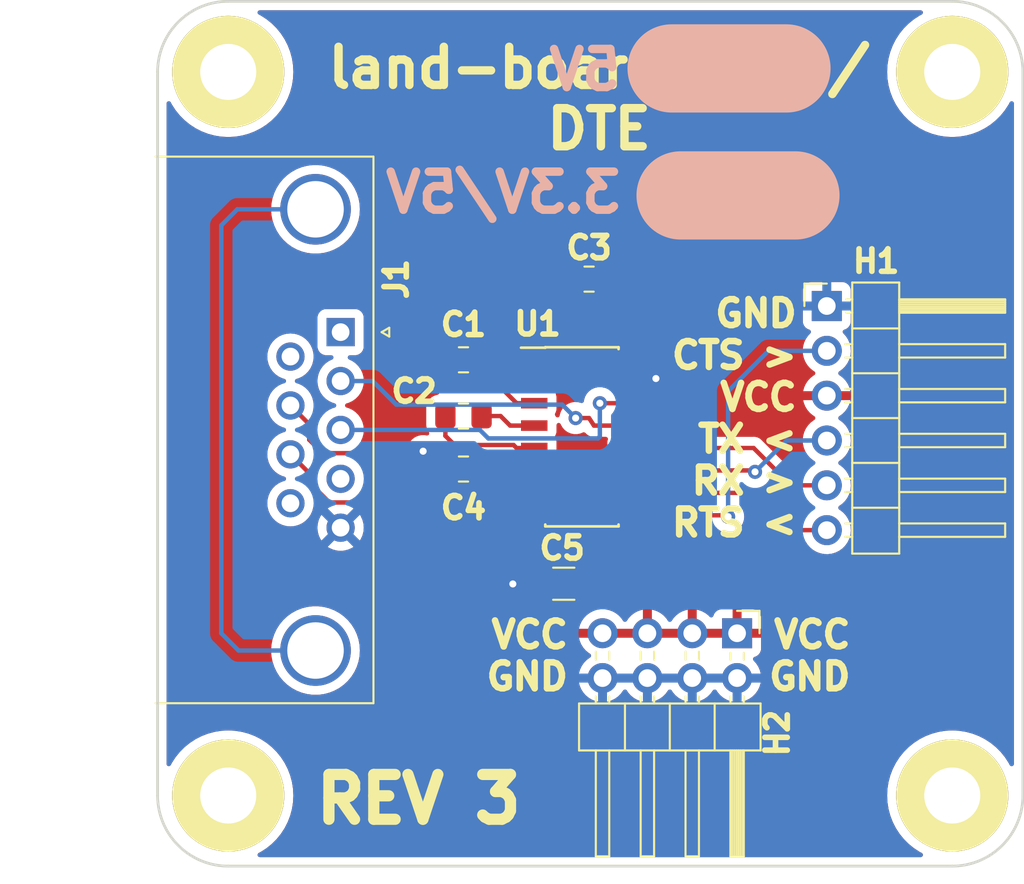
<source format=kicad_pcb>
(kicad_pcb (version 20211014) (generator pcbnew)
  (title_block (title "DTE") (date "2022-08-01") (rev "3") (company "Land Boards LLC"))
  (layers (0 "F.Cu" signal) (31 "B.Cu" signal) (34 "B.Paste" user) (35 "F.Paste" user) (36 "B.SilkS" user "B.Silkscreen") (37 "F.SilkS" user "F.Silkscreen") (38 "B.Mask" user) (39 "F.Mask" user) (44 "Edge.Cuts" user))
  (net 0 "")
  (net 1 "Net-(C1-Pad1)")
  (net 2 "Net-(C1-Pad2)")
  (net 3 "Net-(C2-Pad2)")
  (net 4 "Net-(C2-Pad1)")
  (net 5 "GND")
  (net 6 "Net-(C3-Pad2)")
  (net 7 "Net-(C4-Pad2)")
  (net 8 "Net-(J1-Pad0)")
  (net 9 "/CTS_TTL")
  (net 10 "/TX_TTL")
  (net 11 "/RX_TTL")
  (net 12 "/RTS_TTL")
  (net 13 "/RX_232")
  (net 14 "/TX_232")
  (net 15 "/RTS_232")
  (net 16 "/CTS_232")
  (net 17 "VCC")
  (footprint "Capacitor_SMD:C_0805_2012Metric_Pad1.15x1.40mm_HandSolder" (layer "F.Cu") (at 163.322 83.312 180)
    (fp_text reference "C1" (at 0 2) (layer "F.SilkS") (effects (font (size 1.27 1.27) (thickness 0.381))))
    (fp_text value "0.1uF")
    (fp_line (start -0.261252 0.71) (end 0.261252 0.71) (layer "F.SilkS") (width 0.12))
    (fp_line (start -0.261252 -0.71) (end 0.261252 -0.71) (layer "F.SilkS") (width 0.12))
    (pad "1" smd roundrect locked (at -1.025 0 180) (size 1.15 1.4) (layers "F.Cu" "F.Paste" "F.Mask") (roundrect_rratio 0.2173913043) (net 1 "Net-(C1-Pad1)"))
    (pad "2" smd roundrect locked (at 1.025 0 180) (size 1.15 1.4) (layers "F.Cu" "F.Paste" "F.Mask") (roundrect_rratio 0.2173913043) (net 2 "Net-(C1-Pad2)"))
  )
  (footprint "Capacitor_SMD:C_0805_2012Metric_Pad1.15x1.40mm_HandSolder" (layer "F.Cu") (at 163.322 86.5 180)
    (fp_text reference "C2" (at 2.794 1.41) (layer "F.SilkS") (effects (font (size 1.27 1.27) (thickness 0.381))))
    (fp_text value "0.1uF")
    (fp_line (start -0.261252 -0.71) (end 0.261252 -0.71) (layer "F.SilkS") (width 0.12))
    (fp_line (start -0.261252 0.71) (end 0.261252 0.71) (layer "F.SilkS") (width 0.12))
    (pad "1" smd roundrect locked (at -1.025 0 180) (size 1.15 1.4) (layers "F.Cu" "F.Paste" "F.Mask") (roundrect_rratio 0.2173913043) (net 4 "Net-(C2-Pad1)"))
    (pad "2" smd roundrect locked (at 1.025 0 180) (size 1.15 1.4) (layers "F.Cu" "F.Paste" "F.Mask") (roundrect_rratio 0.2173913043) (net 3 "Net-(C2-Pad2)"))
  )
  (footprint "Capacitor_SMD:C_0805_2012Metric_Pad1.15x1.40mm_HandSolder" (layer "F.Cu") (at 170.434 78.74 180)
    (fp_text reference "C3" (at 0 1.778) (layer "F.SilkS") (effects (font (size 1.27 1.27) (thickness 0.381))))
    (fp_text value "0.1uF")
    (fp_line (start -0.261252 -0.71) (end 0.261252 -0.71) (layer "F.SilkS") (width 0.12))
    (fp_line (start -0.261252 0.71) (end 0.261252 0.71) (layer "F.SilkS") (width 0.12))
    (pad "1" smd roundrect locked (at -1.025 0 180) (size 1.15 1.4) (layers "F.Cu" "F.Paste" "F.Mask") (roundrect_rratio 0.2173913043) (net 17 "VCC"))
    (pad "2" smd roundrect locked (at 1.025 0 180) (size 1.15 1.4) (layers "F.Cu" "F.Paste" "F.Mask") (roundrect_rratio 0.2173913043) (net 6 "Net-(C3-Pad2)"))
  )
  (footprint "Capacitor_SMD:C_0805_2012Metric_Pad1.15x1.40mm_HandSolder" (layer "F.Cu") (at 163.322 89.5)
    (fp_text reference "C4" (at 0 2.194 180) (layer "F.SilkS") (effects (font (size 1.27 1.27) (thickness 0.381))))
    (fp_text value "0.1uF")
    (fp_line (start -0.261252 0.71) (end 0.261252 0.71) (layer "F.SilkS") (width 0.12))
    (fp_line (start -0.261252 -0.71) (end 0.261252 -0.71) (layer "F.SilkS") (width 0.12))
    (pad "1" smd roundrect locked (at -1.025 0) (size 1.15 1.4) (layers "F.Cu" "F.Paste" "F.Mask") (roundrect_rratio 0.2173913043) (net 5 "GND"))
    (pad "2" smd roundrect locked (at 1.025 0) (size 1.15 1.4) (layers "F.Cu" "F.Paste" "F.Mask") (roundrect_rratio 0.2173913043) (net 7 "Net-(C4-Pad2)"))
  )
  (footprint "Connector_Dsub:DSUB-9_Male_Horizontal_P2.77x2.84mm_EdgePinOffset7.70mm_Housed_MountingHolesOffset9.12mm" (layer "F.Cu") (at 156.3632 81.7447 -90)
    (fp_text reference "J1" (at -3.0047 -3.1488 -90) (layer "F.SilkS") (effects (font (size 1.27 1.27) (thickness 0.381))))
    (fp_text value "DB9_Male_MountingHoles")
    (fp_line (start -0.25 -2.754338) (end 0.25 -2.754338) (layer "F.SilkS") (width 0.12))
    (fp_line (start -9.945 10.48) (end -9.945 -1.86) (layer "F.SilkS") (width 0.12))
    (fp_line (start -9.945 -1.86) (end 21.025 -1.86) (layer "F.SilkS") (width 0.12))
    (fp_line (start 0 -2.321325) (end -0.25 -2.754338) (layer "F.SilkS") (width 0.12))
    (fp_line (start 21.025 -1.86) (end 21.025 10.48) (layer "F.SilkS") (width 0.12))
    (fp_line (start 0.25 -2.754338) (end 0 -2.321325) (layer "F.SilkS") (width 0.12))
    (pad "0" thru_hole circle locked (at 18.04 1.42 270) (size 4 4) (drill 3.2) (layers *.Cu *.Mask) (net 8 "Net-(J1-Pad0)"))
    (pad "0" thru_hole circle locked (at -6.96 1.42 270) (size 4 4) (drill 3.2) (layers *.Cu *.Mask) (net 8 "Net-(J1-Pad0)"))
    (pad "1" thru_hole rect locked (at 0 0 270) (size 1.6 1.6) (drill 1) (layers *.Cu *.Mask))
    (pad "2" thru_hole circle locked (at 2.77 0 270) (size 1.6 1.6) (drill 1) (layers *.Cu *.Mask) (net 13 "/RX_232"))
    (pad "3" thru_hole circle locked (at 5.54 0 270) (size 1.6 1.6) (drill 1) (layers *.Cu *.Mask) (net 14 "/TX_232"))
    (pad "4" thru_hole circle locked (at 8.31 0 270) (size 1.6 1.6) (drill 1) (layers *.Cu *.Mask))
    (pad "5" thru_hole circle locked (at 11.08 0 270) (size 1.6 1.6) (drill 1) (layers *.Cu *.Mask) (net 5 "GND"))
    (pad "6" thru_hole circle locked (at 1.385 2.84 270) (size 1.6 1.6) (drill 1) (layers *.Cu *.Mask))
    (pad "7" thru_hole circle locked (at 4.155 2.84 270) (size 1.6 1.6) (drill 1) (layers *.Cu *.Mask) (net 15 "/RTS_232"))
    (pad "8" thru_hole circle locked (at 6.925 2.84 270) (size 1.6 1.6) (drill 1) (layers *.Cu *.Mask) (net 16 "/CTS_232"))
    (pad "9" thru_hole circle locked (at 9.695 2.84 270) (size 1.6 1.6) (drill 1) (layers *.Cu *.Mask))
  )
  (footprint "Package_SO:SOIC-16_3.9x9.9mm_P1.27mm" (layer "F.Cu") (at 170.0284 87.6756)
    (fp_text reference "U1" (at -2.5124 -6.3956) (layer "F.SilkS") (effects (font (size 1.27 1.27) (thickness 0.381))))
    (fp_text value "ICL3232")
    (fp_line (start -2.075 5.075) (end 2.075 5.075) (layer "F.SilkS") (width 0.15))
    (fp_line (start 2.075 -5.075) (end 2.075 -4.97) (layer "F.SilkS") (width 0.15))
    (fp_line (start -2.075 -5.075) (end -2.075 -5.05) (layer "F.SilkS") (width 0.15))
    (fp_line (start 2.075 5.075) (end 2.075 4.97) (layer "F.SilkS") (width 0.15))
    (fp_line (start -2.075 5.075) (end -2.075 4.97) (layer "F.SilkS") (width 0.15))
    (fp_line (start -2.075 -5.05) (end -3.45 -5.05) (layer "F.SilkS") (width 0.15))
    (fp_line (start -2.075 -5.075) (end 2.075 -5.075) (layer "F.SilkS") (width 0.15))
    (pad "1" smd rect locked (at -2.7 -4.445) (size 1.5 0.6) (layers "F.Cu" "F.Paste" "F.Mask") (net 1 "Net-(C1-Pad1)"))
    (pad "2" smd rect locked (at -2.7 -3.175) (size 1.5 0.6) (layers "F.Cu" "F.Paste" "F.Mask") (net 6 "Net-(C3-Pad2)"))
    (pad "3" smd rect locked (at -2.7 -1.905) (size 1.5 0.6) (layers "F.Cu" "F.Paste" "F.Mask") (net 2 "Net-(C1-Pad2)"))
    (pad "4" smd rect locked (at -2.7 -0.635) (size 1.5 0.6) (layers "F.Cu" "F.Paste" "F.Mask") (net 4 "Net-(C2-Pad1)"))
    (pad "5" smd rect locked (at -2.7 0.635) (size 1.5 0.6) (layers "F.Cu" "F.Paste" "F.Mask") (net 3 "Net-(C2-Pad2)"))
    (pad "6" smd rect locked (at -2.7 1.905) (size 1.5 0.6) (layers "F.Cu" "F.Paste" "F.Mask") (net 7 "Net-(C4-Pad2)"))
    (pad "7" smd rect locked (at -2.7 3.175) (size 1.5 0.6) (layers "F.Cu" "F.Paste" "F.Mask") (net 15 "/RTS_232"))
    (pad "8" smd rect locked (at -2.7 4.445) (size 1.5 0.6) (layers "F.Cu" "F.Paste" "F.Mask") (net 16 "/CTS_232"))
    (pad "9" smd rect locked (at 2.7 4.445) (size 1.5 0.6) (layers "F.Cu" "F.Paste" "F.Mask") (net 9 "/CTS_TTL"))
    (pad "10" smd rect locked (at 2.7 3.175) (size 1.5 0.6) (layers "F.Cu" "F.Paste" "F.Mask") (net 12 "/RTS_TTL"))
    (pad "11" smd rect locked (at 2.7 1.905) (size 1.5 0.6) (layers "F.Cu" "F.Paste" "F.Mask") (net 10 "/TX_TTL"))
    (pad "12" smd rect locked (at 2.7 0.635) (size 1.5 0.6) (layers "F.Cu" "F.Paste" "F.Mask") (net 11 "/RX_TTL"))
    (pad "13" smd rect locked (at 2.7 -0.635) (size 1.5 0.6) (layers "F.Cu" "F.Paste" "F.Mask") (net 13 "/RX_232"))
    (pad "14" smd rect locked (at 2.7 -1.905) (size 1.5 0.6) (layers "F.Cu" "F.Paste" "F.Mask") (net 14 "/TX_232"))
    (pad "15" smd rect locked (at 2.7 -3.175) (size 1.5 0.6) (layers "F.Cu" "F.Paste" "F.Mask") (net 5 "GND"))
    (pad "16" smd rect locked (at 2.7 -4.445) (size 1.5 0.6) (layers "F.Cu" "F.Paste" "F.Mask") (net 17 "VCC"))
  )
  (footprint "Connector_PinHeader_2.54mm:PinHeader_1x06_P2.54mm_Horizontal" (layer "F.Cu") (at 183.896 80.264)
    (fp_text reference "H1" (at 2.794 -2.54) (layer "F.SilkS") (effects (font (size 1.27 1.27) (thickness 0.381))))
    (fp_text value "FTDI")
    (fp_line (start 10.1 9.78) (end 10.1 10.54) (layer "F.SilkS") (width 0.12))
    (fp_line (start -1.27 -1.27) (end 0 -1.27) (layer "F.SilkS") (width 0.12))
    (fp_line (start 10.1 8) (end 4.1 8) (layer "F.SilkS") (width 0.12))
    (fp_line (start 10.1 2.16) (end 10.1 2.92) (layer "F.SilkS") (width 0.12))
    (fp_line (start 4.1 -0.08) (end 10.1 -0.08) (layer "F.SilkS") (width 0.12))
    (fp_line (start 4.1 0.28) (end 10.1 0.28) (layer "F.SilkS") (width 0.12))
    (fp_line (start 4.1 9.78) (end 10.1 9.78) (layer "F.SilkS") (width 0.12))
    (fp_line (start 4.1 14.03) (end 4.1 -1.33) (layer "F.SilkS") (width 0.12))
    (fp_line (start 1.042929 5.46) (end 1.44 5.46) (layer "F.SilkS") (width 0.12))
    (fp_line (start 1.042929 12.32) (end 1.44 12.32) (layer "F.SilkS") (width 0.12))
    (fp_line (start 4.1 4.7) (end 10.1 4.7) (layer "F.SilkS") (width 0.12))
    (fp_line (start 1.11 -0.38) (end 1.44 -0.38) (layer "F.SilkS") (width 0.12))
    (fp_line (start 4.1 0.04) (end 10.1 0.04) (layer "F.SilkS") (width 0.12))
    (fp_line (start 1.042929 7.24) (end 1.44 7.24) (layer "F.SilkS") (width 0.12))
    (fp_line (start 4.1 7.24) (end 10.1 7.24) (layer "F.SilkS") (width 0.12))
    (fp_line (start 10.1 13.08) (end 4.1 13.08) (layer "F.SilkS") (width 0.12))
    (fp_line (start 4.1 12.32) (end 10.1 12.32) (layer "F.SilkS") (width 0.12))
    (fp_line (start 1.44 3.81) (end 4.1 3.81) (layer "F.SilkS") (width 0.12))
    (fp_line (start 1.042929 4.7) (end 1.44 4.7) (layer "F.SilkS") (width 0.12))
    (fp_line (start 10.1 -0.38) (end 10.1 0.38) (layer "F.SilkS") (width 0.12))
    (fp_line (start 4.1 -0.38) (end 10.1 -0.38) (layer "F.SilkS") (width 0.12))
    (fp_line (start 4.1 -0.2) (end 10.1 -0.2) (layer "F.SilkS") (width 0.12))
    (fp_line (start 1.44 6.35) (end 4.1 6.35) (layer "F.SilkS") (width 0.12))
    (fp_line (start 10.1 0.38) (end 4.1 0.38) (layer "F.SilkS") (width 0.12))
    (fp_line (start 10.1 7.24) (end 10.1 8) (layer "F.SilkS") (width 0.12))
    (fp_line (start 10.1 2.92) (end 4.1 2.92) (layer "F.SilkS") (width 0.12))
    (fp_line (start 10.1 5.46) (end 4.1 5.46) (layer "F.SilkS") (width 0.12))
    (fp_line (start 1.042929 13.08) (end 1.44 13.08) (layer "F.SilkS") (width 0.12))
    (fp_line (start 4.1 -0.32) (end 10.1 -0.32) (layer "F.SilkS") (width 0.12))
    (fp_line (start 4.1 2.16) (end 10.1 2.16) (layer "F.SilkS") (width 0.12))
    (fp_line (start 1.44 1.27) (end 4.1 1.27) (layer "F.SilkS") (width 0.12))
    (fp_line (start 1.042929 9.78) (end 1.44 9.78) (layer "F.SilkS") (width 0.12))
    (fp_line (start 1.44 14.03) (end 4.1 14.03) (layer "F.SilkS") (width 0.12))
    (fp_line (start 1.44 11.43) (end 4.1 11.43) (layer "F.SilkS") (width 0.12))
    (fp_line (start 1.44 -1.33) (end 1.44 14.03) (layer "F.SilkS") (width 0.12))
    (fp_line (start 10.1 4.7) (end 10.1 5.46) (layer "F.SilkS") (width 0.12))
    (fp_line (start 10.1 12.32) (end 10.1 13.08) (layer "F.SilkS") (width 0.12))
    (fp_line (start -1.27 0) (end -1.27 -1.27) (layer "F.SilkS") (width 0.12))
    (fp_line (start 1.11 0.38) (end 1.44 0.38) (layer "F.SilkS") (width 0.12))
    (fp_line (start 1.042929 2.92) (end 1.44 2.92) (layer "F.SilkS") (width 0.12))
    (fp_line (start 1.042929 10.54) (end 1.44 10.54) (layer "F.SilkS") (width 0.12))
    (fp_line (start 4.1 0.16) (end 10.1 0.16) (layer "F.SilkS") (width 0.12))
    (fp_line (start 1.042929 8) (end 1.44 8) (layer "F.SilkS") (width 0.12))
    (fp_line (start 1.042929 2.16) (end 1.44 2.16) (layer "F.SilkS") (width 0.12))
    (fp_line (start 4.1 -1.33) (end 1.44 -1.33) (layer "F.SilkS") (width 0.12))
    (fp_line (start 10.1 10.54) (end 4.1 10.54) (layer "F.SilkS") (width 0.12))
    (fp_line (start 1.44 8.89) (end 4.1 8.89) (layer "F.SilkS") (width 0.12))
    (pad "1" thru_hole rect locked (at 0 0) (size 1.7 1.7) (drill 1) (layers *.Cu *.Mask) (net 5 "GND"))
    (pad "2" thru_hole oval locked (at 0 2.54) (size 1.7 1.7) (drill 1) (layers *.Cu *.Mask) (net 9 "/CTS_TTL"))
    (pad "3" thru_hole oval locked (at 0 5.08) (size 1.7 1.7) (drill 1) (layers *.Cu *.Mask) (net 17 "VCC"))
    (pad "4" thru_hole oval locked (at 0 7.62) (size 1.7 1.7) (drill 1) (layers *.Cu *.Mask) (net 10 "/TX_TTL"))
    (pad "5" thru_hole oval locked (at 0 10.16) (size 1.7 1.7) (drill 1) (layers *.Cu *.Mask) (net 11 "/RX_TTL"))
    (pad "6" thru_hole oval locked (at 0 12.7) (size 1.7 1.7) (drill 1) (layers *.Cu *.Mask) (net 12 "/RTS_TTL"))
  )
  (footprint "LandBoards_BoardOutlines:BD-49X49" (layer "F.Cu") (at 146 112)
    (fp_text reference "BRD1" hide)
    (fp_text value "COUPON" hide)
    (fp_line (start 0 -45) (end 0 -4) (layer "F.SilkS") (width 0.15))
    (fp_line (start 49 -4) (end 49 -45) (layer "F.SilkS") (width 0.15))
    (fp_line (start 4 0) (end 45 0) (layer "F.SilkS") (width 0.15))
    (fp_line (start 45 -49) (end 4 -49) (layer "F.SilkS") (width 0.15))
    (fp_arc (start 0 -45) (mid 1.171573 -47.828427) (end 4 -49) (layer "F.SilkS") (width 0.15))
    (fp_arc (start 4 0) (mid 1.171573 -1.171573) (end 0 -4) (layer "F.SilkS") (width 0.15))
    (fp_arc (start 49 -4) (mid 47.828427 -1.171573) (end 45 0) (layer "F.SilkS") (width 0.15))
    (fp_arc (start 45 -49) (mid 47.828427 -47.828427) (end 49 -45) (layer "F.SilkS") (width 0.15))
    (pad "1" thru_hole circle locked (at 4 -45) (size 6.35 6.35) (drill 3.175) (layers *.Cu *.Mask "F.SilkS"))
    (pad "2" thru_hole circle locked (at 45 -45) (size 6.35 6.35) (drill 3.175) (layers *.Cu *.Mask "F.SilkS"))
    (pad "3" thru_hole circle locked (at 4 -4) (size 6.35 6.35) (drill 3.175) (layers *.Cu *.Mask "F.SilkS"))
    (pad "4" thru_hole circle locked (at 45 -4) (size 6.35 6.35) (drill 3.175) (layers *.Cu *.Mask "F.SilkS"))
  )
  (footprint "Capacitor_SMD:C_1206_3216Metric_Pad1.42x1.75mm_HandSolder" (layer "F.Cu") (at 169 96 180)
    (fp_text reference "C5" (at 0.09 2.02) (layer "F.SilkS") (effects (font (size 1.27 1.27) (thickness 0.381))))
    (fp_text value "10uF")
    (fp_line (start -0.602064 0.91) (end 0.602064 0.91) (layer "F.SilkS") (width 0.12))
    (fp_line (start -0.602064 -0.91) (end 0.602064 -0.91) (layer "F.SilkS") (width 0.12))
    (pad "1" smd roundrect locked (at -1.4875 0 180) (size 1.425 1.75) (layers "F.Cu" "F.Paste" "F.Mask") (roundrect_rratio 0.1754392982) (net 17 "VCC"))
    (pad "2" smd roundrect locked (at 1.4875 0 180) (size 1.425 1.75) (layers "F.Cu" "F.Paste" "F.Mask") (roundrect_rratio 0.1754392982) (net 5 "GND"))
  )
  (footprint "Connector_PinHeader_2.54mm:PinHeader_2x04_P2.54mm_Horizontal" (layer "F.Cu") (at 178.816 98.806 -90)
    (fp_text reference "H2" (at 5.655 -2.27 90) (layer "F.SilkS") (effects (font (size 1.27 1.27) (thickness 0.381))))
    (fp_text value "Conn_02x04_Odd_Even")
    (fp_line (start 12.64 4.7) (end 12.64 5.46) (layer "F.SilkS") (width 0.12))
    (fp_line (start 12.64 8) (end 6.64 8) (layer "F.SilkS") (width 0.12))
    (fp_line (start -1.27 -1.27) (end 0 -1.27) (layer "F.SilkS") (width 0.12))
    (fp_line (start 1.042929 4.7) (end 1.497071 4.7) (layer "F.SilkS") (width 0.12))
    (fp_line (start 6.64 0.04) (end 12.64 0.04) (layer "F.SilkS") (width 0.12))
    (fp_line (start 1.042929 5.46) (end 1.497071 5.46) (layer "F.SilkS") (width 0.12))
    (fp_line (start 3.98 8.95) (end 6.64 8.95) (layer "F.SilkS") (width 0.12))
    (fp_line (start 6.64 0.16) (end 12.64 0.16) (layer "F.SilkS") (width 0.12))
    (fp_line (start 6.64 0.28) (end 12.64 0.28) (layer "F.SilkS") (width 0.12))
    (fp_line (start 12.64 5.46) (end 6.64 5.46) (layer "F.SilkS") (width 0.12))
    (fp_line (start 12.64 2.16) (end 12.64 2.92) (layer "F.SilkS") (width 0.12))
    (fp_line (start 3.98 6.35) (end 6.64 6.35) (layer "F.SilkS") (width 0.12))
    (fp_line (start 6.64 -1.33) (end 3.98 -1.33) (layer "F.SilkS") (width 0.12))
    (fp_line (start 1.042929 2.16) (end 1.497071 2.16) (layer "F.SilkS") (width 0.12))
    (fp_line (start 12.64 7.24) (end 12.64 8) (layer "F.SilkS") (width 0.12))
    (fp_line (start 6.64 8.95) (end 6.64 -1.33) (layer "F.SilkS") (width 0.12))
    (fp_line (start 3.98 1.27) (end 6.64 1.27) (layer "F.SilkS") (width 0.12))
    (fp_line (start 12.64 0.38) (end 6.64 0.38) (layer "F.SilkS") (width 0.12))
    (fp_line (start 6.64 2.16) (end 12.64 2.16) (layer "F.SilkS") (width 0.12))
    (fp_line (start 1.042929 7.24) (end 1.497071 7.24) (layer "F.SilkS") (width 0.12))
    (fp_line (start 1.042929 2.92) (end 1.497071 2.92) (layer "F.SilkS") (width 0.12))
    (fp_line (start 3.582929 8) (end 3.98 8) (layer "F.SilkS") (width 0.12))
    (fp_line (start 6.64 -0.38) (end 12.64 -0.38) (layer "F.SilkS") (width 0.12))
    (fp_line (start 12.64 2.92) (end 6.64 2.92) (layer "F.SilkS") (width 0.12))
    (fp_line (start 6.64 -0.2) (end 12.64 -0.2) (layer "F.SilkS") (width 0.12))
    (fp_line (start 1.11 -0.38) (end 1.497071 -0.38) (layer "F.SilkS") (width 0.12))
    (fp_line (start 6.64 7.24) (end 12.64 7.24) (layer "F.SilkS") (width 0.12))
    (fp_line (start 1.11 0.38) (end 1.497071 0.38) (layer "F.SilkS") (width 0.12))
    (fp_line (start 3.98 3.81) (end 6.64 3.81) (layer "F.SilkS") (width 0.12))
    (fp_line (start 3.582929 7.24) (end 3.98 7.24) (layer "F.SilkS") (width 0.12))
    (fp_line (start 3.582929 0.38) (end 3.98 0.38) (layer "F.SilkS") (width 0.12))
    (fp_line (start -1.27 0) (end -1.27 -1.27) (layer "F.SilkS") (width 0.12))
    (fp_line (start 3.582929 4.7) (end 3.98 4.7) (layer "F.SilkS") (width 0.12))
    (fp_line (start 3.582929 2.16) (end 3.98 2.16) (layer "F.SilkS") (width 0.12))
    (fp_line (start 6.64 -0.32) (end 12.64 -0.32) (layer "F.SilkS") (width 0.12))
    (fp_line (start 3.582929 -0.38) (end 3.98 -0.38) (layer "F.SilkS") (width 0.12))
    (fp_line (start 1.042929 8) (end 1.497071 8) (layer "F.SilkS") (width 0.12))
    (fp_line (start 12.64 -0.38) (end 12.64 0.38) (layer "F.SilkS") (width 0.12))
    (fp_line (start 3.582929 2.92) (end 3.98 2.92) (layer "F.SilkS") (width 0.12))
    (fp_line (start 6.64 -0.08) (end 12.64 -0.08) (layer "F.SilkS") (width 0.12))
    (fp_line (start 6.64 4.7) (end 12.64 4.7) (layer "F.SilkS") (width 0.12))
    (fp_line (start 3.98 -1.33) (end 3.98 8.95) (layer "F.SilkS") (width 0.12))
    (fp_line (start 3.582929 5.46) (end 3.98 5.46) (layer "F.SilkS") (width 0.12))
    (pad "1" thru_hole rect locked (at 0 0 270) (size 1.7 1.7) (drill 1) (layers *.Cu *.Mask) (net 17 "VCC"))
    (pad "2" thru_hole oval locked (at 2.54 0 270) (size 1.7 1.7) (drill 1) (layers *.Cu *.Mask) (net 5 "GND"))
    (pad "3" thru_hole oval locked (at 0 2.54 270) (size 1.7 1.7) (drill 1) (layers *.Cu *.Mask) (net 17 "VCC"))
    (pad "4" thru_hole oval locked (at 2.54 2.54 270) (size 1.7 1.7) (drill 1) (layers *.Cu *.Mask) (net 5 "GND"))
    (pad "5" thru_hole oval locked (at 0 5.08 270) (size 1.7 1.7) (drill 1) (layers *.Cu *.Mask) (net 17 "VCC"))
    (pad "6" thru_hole oval locked (at 2.54 5.08 270) (size 1.7 1.7) (drill 1) (layers *.Cu *.Mask) (net 5 "GND"))
    (pad "7" thru_hole oval locked (at 0 7.62 270) (size 1.7 1.7) (drill 1) (layers *.Cu *.Mask) (net 17 "VCC"))
    (pad "8" thru_hole oval locked (at 2.54 7.62 270) (size 1.7 1.7) (drill 1) (layers *.Cu *.Mask) (net 5 "GND"))
  )
  (gr_line (start 181.61 66.802) (end 175.11 66.802) (layer "B.SilkS") (width 5))
  (gr_line (start 182.118 73.998) (end 175.618 73.998) (layer "B.SilkS") (width 5))
  (gr_arc (start 150 112) (mid 147.171573 110.828427) (end 146 108) (layer "Edge.Cuts") (width 0.15))
  (gr_arc (start 195 108) (mid 193.828427 110.828427) (end 191 112) (layer "Edge.Cuts") (width 0.15))
  (gr_arc (start 146 67) (mid 147.171573 64.171573) (end 150 63) (layer "Edge.Cuts") (width 0.15))
  (gr_line (start 195 67) (end 195 108) (layer "Edge.Cuts") (width 0.15))
  (gr_line (start 150 63) (end 191 63) (layer "Edge.Cuts") (width 0.15))
  (gr_line (start 191 112) (end 150 112) (layer "Edge.Cuts") (width 0.15))
  (gr_line (start 146 108) (end 146 67) (layer "Edge.Cuts") (width 0.15))
  (gr_arc (start 191 63) (mid 193.828427 64.171573) (end 195 67) (layer "Edge.Cuts") (width 0.15))
  (gr_text "5V\n\n3.3V/5V" (at 172.466 70.358) (layer "B.SilkS") (effects (font (size 2.159 2.159) (thickness 0.47625)) (justify left mirror)))
  (gr_text "REV 3" (at 160.782 108.204) (layer "F.SilkS") (effects (font (size 2.54 2.54) (thickness 0.635))))
  (gr_text "GND\nCTS >\nVCC\nTX <\nRX >\nRTS <" (at 182.372 86.614) (layer "F.SilkS") (effects (font (size 1.4732 1.4732) (thickness 0.3683)) (justify right)))
  (gr_text "VCC\nGND" (at 169.418 100.076) (layer "F.SilkS") (effects (font (size 1.4732 1.4732) (thickness 0.3683)) (justify right)))
  (gr_text "VCC\nGND" (at 185.42 100.076) (layer "F.SilkS") (effects (font (size 1.4732 1.4732) (thickness 0.3683)) (justify right)))
  (gr_text "land-boards.com/\nDTE" (at 171 68.5) (layer "F.SilkS") (effects (font (size 2.159 2.159) (thickness 0.47625))))
  (segment (start 167.3284 83.2306) (end 164.4284 83.2306) (width 0.25) (layer "F.Cu") (net 1))
  (segment (start 162.297 84.573) (end 162.297 83.312) (width 0.25) (layer "F.Cu") (net 2))
  (segment (start 166.3284 85.7706) (end 165.3938 84.836) (width 0.25) (layer "F.Cu") (net 2))
  (segment (start 165.3938 84.836) (end 162.56 84.836) (width 0.25) (layer "F.Cu") (net 2))
  (segment (start 167.3284 85.7706) (end 166.3284 85.7706) (width 0.25) (layer "F.Cu") (net 2))
  (segment (start 162.56 84.836) (end 162.297 84.573) (width 0.25) (layer "F.Cu") (net 2))
  (segment (start 162.297 87.621) (end 162.297 86.5) (width 0.25) (layer "F.Cu") (net 3))
  (segment (start 166.1558 88.138) (end 162.814 88.138) (width 0.25) (layer "F.Cu") (net 3))
  (segment (start 166.3284 88.3106) (end 166.1558 88.138) (width 0.25) (layer "F.Cu") (net 3))
  (segment (start 162.814 88.138) (end 162.297 87.621) (width 0.25) (layer "F.Cu") (net 3))
  (segment (start 167.3284 88.3106) (end 166.3284 88.3106) (width 0.25) (layer "F.Cu") (net 3))
  (segment (start 167.3284 87.0406) (end 165.9644 87.0406) (width 0.25) (layer "F.Cu") (net 4))
  (segment (start 165.4238 86.5) (end 165.9644 87.0406) (width 0.25) (layer "F.Cu") (net 4))
  (segment (start 164.347 86.5) (end 165.4238 86.5) (width 0.25) (layer "F.Cu") (net 4))
  (segment (start 167.5125 96) (end 166.128 96) (width 0.25) (layer "F.Cu") (net 5))
  (segment (start 166.128 96) (end 166.116 96.012) (width 0.25) (layer "F.Cu") (net 5))
  (segment (start 162.0454 89.5) (end 161.036 88.4906) (width 0.25) (layer "F.Cu") (net 5))
  (segment (start 172.7284 84.5006) (end 174.0924 84.5006) (width 0.25) (layer "F.Cu") (net 5))
  (segment (start 174.0924 84.5006) (end 174.2194 84.3736) (width 0.25) (layer "F.Cu") (net 5))
  (via (at 166.116 96.012) (size 0.8) (drill 0.4) (layers "F.Cu" "B.Cu") (net 5))
  (via (at 161.036 88.4906) (size 0.8) (drill 0.4) (layers "F.Cu" "B.Cu") (net 5))
  (via (at 174.2194 84.3736) (size 0.8) (drill 0.4) (layers "F.Cu" "B.Cu") (net 5))
  (segment (start 169.491 83.493) (end 169.491 79) (width 0.25) (layer "F.Cu") (net 6))
  (segment (start 168.4834 84.5006) (end 169.491 83.493) (width 0.25) (layer "F.Cu") (net 6))
  (segment (start 167.3284 84.5006) (end 168.4834 84.5006) (width 0.25) (layer "F.Cu") (net 6))
  (segment (start 167.3284 89.5806) (end 164.4276 89.5806) (width 0.25) (layer "F.Cu") (net 7))
  (segment (start 150.5133 74.7847) (end 149.606 75.692) (width 0.25) (layer "B.Cu") (net 8))
  (segment (start 149.606 98.806) (end 150.5847 99.7847) (width 0.25) (layer "B.Cu") (net 8))
  (segment (start 150.5847 99.7847) (end 154.9432 99.7847) (width 0.25) (layer "B.Cu") (net 8))
  (segment (start 154.9432 74.7847) (end 150.5133 74.7847) (width 0.25) (layer "B.Cu") (net 8))
  (segment (start 149.606 75.692) (end 149.606 98.806) (width 0.25) (layer "B.Cu") (net 8))
  (segment (start 172.7284 92.1206) (end 178.2266 92.1206) (width 0.25) (layer "F.Cu") (net 9))
  (segment (start 178.2266 92.1206) (end 178.308 92.202) (width 0.25) (layer "F.Cu") (net 9))
  (via (at 178.308 92.202) (size 0.8) (drill 0.4) (layers "F.Cu" "B.Cu") (net 9))
  (segment (start 180.594 82.804) (end 183.896 82.804) (width 0.25) (layer "B.Cu") (net 9))
  (segment (start 178.308 85.09) (end 180.594 82.804) (width 0.25) (layer "B.Cu") (net 9))
  (segment (start 178.308 92.202) (end 178.308 85.09) (width 0.25) (layer "B.Cu") (net 9))
  (segment (start 179.7506 89.5806) (end 179.832 89.662) (width 0.25) (layer "F.Cu") (net 10))
  (segment (start 172.7284 89.5806) (end 179.7506 89.5806) (width 0.25) (layer "F.Cu") (net 10))
  (via (at 179.832 89.662) (size 0.8) (drill 0.4) (layers "F.Cu" "B.Cu") (net 10))
  (segment (start 181.61 87.884) (end 179.9134 89.5806) (width 0.25) (layer "B.Cu") (net 10))
  (segment (start 179.9134 89.5806) (end 179.832 89.662) (width 0.25) (layer "B.Cu") (net 10))
  (segment (start 183.896 87.884) (end 181.61 87.884) (width 0.25) (layer "B.Cu") (net 10))
  (segment (start 181.864 90.424) (end 183.896 90.424) (width 0.25) (layer "F.Cu") (net 11))
  (segment (start 172.7284 88.3106) (end 179.7506 88.3106) (width 0.25) (layer "F.Cu") (net 11))
  (segment (start 179.7506 88.3106) (end 181.864 90.424) (width 0.25) (layer "F.Cu") (net 11))
  (segment (start 172.7284 90.8506) (end 179.7506 90.8506) (width 0.25) (layer "F.Cu") (net 12))
  (segment (start 179.7506 90.8506) (end 181.864 92.964) (width 0.25) (layer "F.Cu") (net 12))
  (segment (start 181.864 92.964) (end 183.896 92.964) (width 0.25) (layer "F.Cu") (net 12))
  (segment (start 170.7124 87.0406) (end 170.434 86.614) (width 0.25) (layer "F.Cu") (net 13))
  (segment (start 172.7284 87.0406) (end 170.7124 87.0406) (width 0.25) (layer "F.Cu") (net 13))
  (segment (start 169.672 86.614) (end 170.434 86.614) (width 0.25) (layer "F.Cu") (net 13))
  (via (at 169.672 86.614) (size 0.8) (drill 0.4) (layers "F.Cu" "B.Cu") (net 13))
  (segment (start 158.1747 84.5147) (end 156.3632 84.5147) (width 0.25) (layer "B.Cu") (net 13))
  (segment (start 169.672 86.614) (end 168.91 85.852) (width 0.25) (layer "B.Cu") (net 13))
  (segment (start 159.512 85.852) (end 158.1747 84.5147) (width 0.25) (layer "B.Cu") (net 13))
  (segment (start 168.91 85.852) (end 159.512 85.852) (width 0.25) (layer "B.Cu") (net 13))
  (segment (start 172.7284 85.7706) (end 171.0444 85.7706) (width 0.25) (layer "F.Cu") (net 14))
  (via (at 171.0444 85.7706) (size 0.8) (drill 0.4) (layers "F.Cu" "B.Cu") (net 14))
  (segment (start 164.7276 87.7656) (end 164.2467 87.2847) (width 0.25) (layer "B.Cu") (net 14))
  (segment (start 156.3632 87.2847) (end 164.2467 87.2847) (width 0.25) (layer "B.Cu") (net 14))
  (segment (start 170.938355 87.7656) (end 164.7276 87.7656) (width 0.25) (layer "B.Cu") (net 14))
  (segment (start 171.0444 85.7706) (end 171.0444 87.659555) (width 0.25) (layer "B.Cu") (net 14))
  (segment (start 171.0444 87.659555) (end 170.938355 87.7656) (width 0.25) (layer "B.Cu") (net 14))
  (segment (start 155.3472 88.6027) (end 157.2522 88.6027) (width 0.25) (layer "F.Cu") (net 15))
  (segment (start 154.5852 86.9617) (end 154.5852 87.8407) (width 0.25) (layer "F.Cu") (net 15))
  (segment (start 159.5001 90.8506) (end 157.2522 88.6027) (width 0.25) (layer "F.Cu") (net 15))
  (segment (start 159.5001 90.8506) (end 167.3284 90.8506) (width 0.25) (layer "F.Cu") (net 15))
  (segment (start 154.5852 87.8407) (end 155.3472 88.6027) (width 0.25) (layer "F.Cu") (net 15))
  (segment (start 153.5232 85.8997) (end 154.5852 86.9617) (width 0.25) (layer "F.Cu") (net 15))
  (segment (start 158.7381 92.1206) (end 167.3284 92.1206) (width 0.25) (layer "F.Cu") (net 16))
  (segment (start 154.4582 90.1267) (end 154.4582 89.6047) (width 0.25) (layer "F.Cu") (net 16))
  (segment (start 158.0142 91.3967) (end 155.7282 91.3967) (width 0.25) (layer "F.Cu") (net 16))
  (segment (start 155.7282 91.3967) (end 154.4582 90.1267) (width 0.25) (layer "F.Cu") (net 16))
  (segment (start 158.7381 92.1206) (end 158.0142 91.3967) (width 0.25) (layer "F.Cu") (net 16))
  (segment (start 154.4582 89.6047) (end 153.5232 88.6697) (width 0.25) (layer "F.Cu") (net 16))
  (segment (start 172.7284 83.2306) (end 174.3254 83.2306) (width 0.25) (layer "F.Cu") (net 17))
  (zone (net 17) (net_name "VCC") (layer "F.Cu") (connect_pads (clearance 0.508)) (min_thickness 0.254) (fill yes (thermal_gap 0.508) (thermal_bridge_width 0.508))
    (polygon (pts (xy 194 64.5) (xy 195 66.5) (xy 195 108) (xy 194 110.5) (xy 191 112) (xy 149.5 112) (xy 147 110.5) (xy 146 108) (xy 146 67) (xy 147 64.5) (xy 149.5 63) (xy 191 63)))
  )
  (zone (net 5) (net_name "GND") (layer "B.Cu") (connect_pads (clearance 0.508)) (min_thickness 0.254) (fill yes (thermal_gap 0.508) (thermal_bridge_width 0.508))
    (polygon (pts (xy 194 64.5) (xy 195 67) (xy 195 108) (xy 194 110.5) (xy 191 112) (xy 149.5 112) (xy 146 108) (xy 146 67) (xy 149.5 63) (xy 191 63)))
  )
)
</source>
